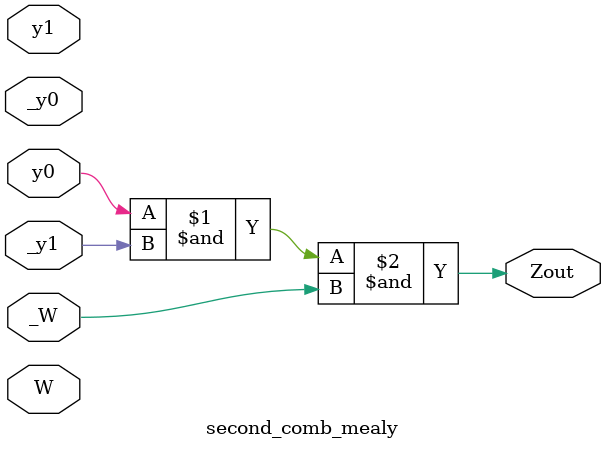
<source format=v>

module first_comb_mealy(
    W, _W,
    y0, _y0,
    y1, _y1,
    next_y0, 
    next_y1
);

//=============Input Ports=============================
    input   W, _W, y0, _y0, y1, _y1;
//=============Output Ports============================
    output  next_y0, next_y1;
//=============Input ports Data Type===================
    wire    W, _W, y0, _y0, y1, _y1;
//=============Output Ports Data Type==================
    wire    next_y0, next_y1;


//*************Calculate next_y0***********************
    and(next_y0, y1, _W);
//*************Calculate next_y1***********************
    and(next_y1, _y0, _W);

endmodule


//Combinational logic after flip flop for mealy implementation
//INPUTS: current state (y0)
//OUTPUT: FSM output(Zout)
//in addition, every input has is not counterpart 
module second_comb_mealy(
    W, _W,
    y0, _y0,
    y1, _y1,
    Zout
);

//=============Input Ports=============================
    input   W, _W, y0, _y0, y1, _y1;
//=============Output Ports============================
    output  Zout;
//=============Input ports Data Type===================
    wire    W, _W, y0, _y0, y1, _y1;
//=============Output Ports Data Type==================
    wire     Zout;

//*************Calculate Zout***********************
    and (Zout,y0,_y1,_W);

endmodule 
</source>
